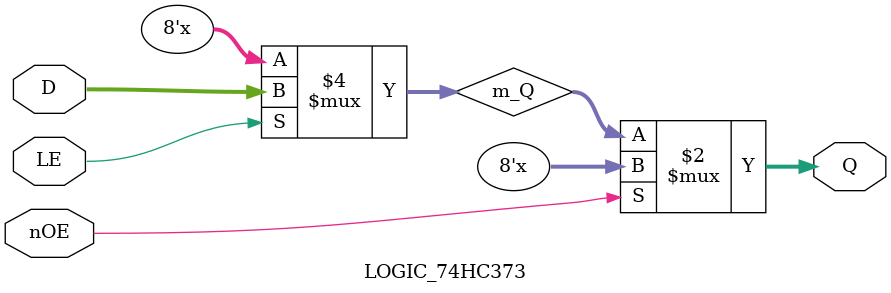
<source format=v>
/*
 74HC373
*/

module LOGIC_74HC373(
  input  wire [7:0] D,
  input  wire       nOE,
  input  wire       LE,
  output wire [7:0] Q
);

  reg [7:0] m_Q;

  always @(LE or D) begin
    if (LE) begin
      m_Q <= D;
    end
    else begin
      m_Q <= m_Q;
    end
  end

  assign Q = nOE ? 8'hzz : m_Q;

endmodule // LOGIC_74HC373

</source>
